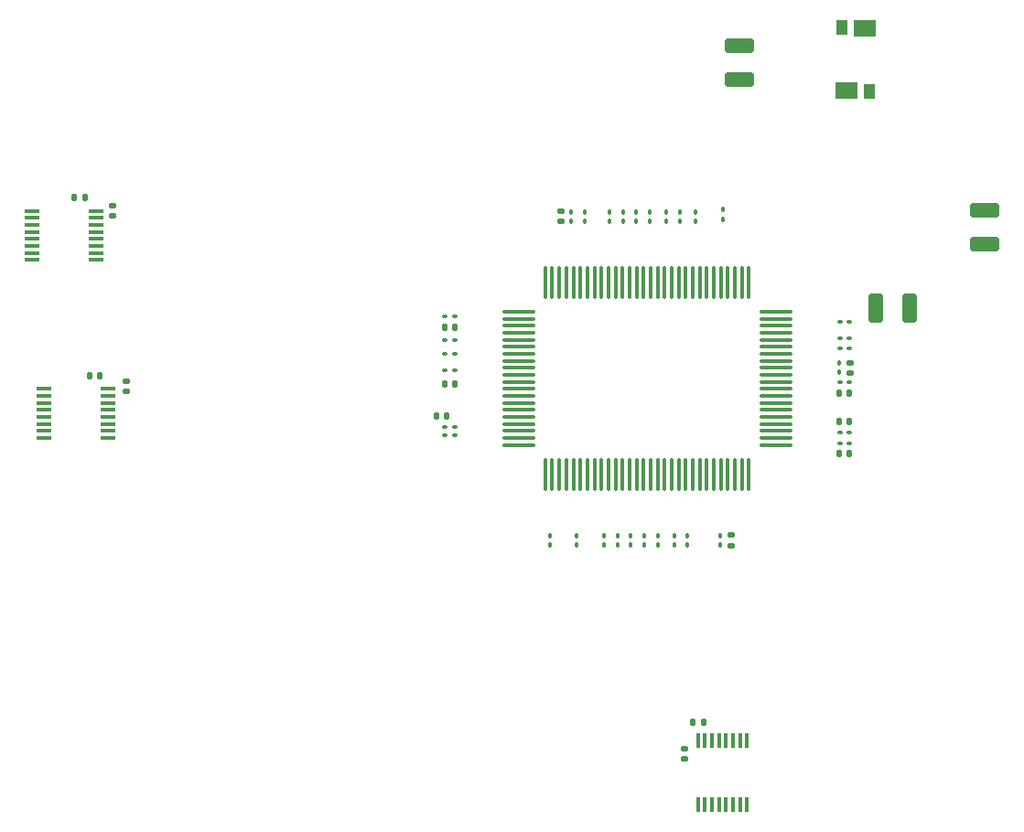
<source format=gtp>
%TF.GenerationSoftware,KiCad,Pcbnew,9.0.0*%
%TF.CreationDate,2025-02-23T16:43:11+09:00*%
%TF.ProjectId,YATA-PCB,59415441-2d50-4434-922e-6b696361645f,rev?*%
%TF.SameCoordinates,Original*%
%TF.FileFunction,Paste,Top*%
%TF.FilePolarity,Positive*%
%FSLAX46Y46*%
G04 Gerber Fmt 4.6, Leading zero omitted, Abs format (unit mm)*
G04 Created by KiCad (PCBNEW 9.0.0) date 2025-02-23 16:43:11*
%MOMM*%
%LPD*%
G01*
G04 APERTURE LIST*
G04 Aperture macros list*
%AMRoundRect*
0 Rectangle with rounded corners*
0 $1 Rounding radius*
0 $2 $3 $4 $5 $6 $7 $8 $9 X,Y pos of 4 corners*
0 Add a 4 corners polygon primitive as box body*
4,1,4,$2,$3,$4,$5,$6,$7,$8,$9,$2,$3,0*
0 Add four circle primitives for the rounded corners*
1,1,$1+$1,$2,$3*
1,1,$1+$1,$4,$5*
1,1,$1+$1,$6,$7*
1,1,$1+$1,$8,$9*
0 Add four rect primitives between the rounded corners*
20,1,$1+$1,$2,$3,$4,$5,0*
20,1,$1+$1,$4,$5,$6,$7,0*
20,1,$1+$1,$6,$7,$8,$9,0*
20,1,$1+$1,$8,$9,$2,$3,0*%
G04 Aperture macros list end*
%ADD10RoundRect,0.090000X-0.139000X-0.090000X0.139000X-0.090000X0.139000X0.090000X-0.139000X0.090000X0*%
%ADD11R,0.450000X1.475000*%
%ADD12RoundRect,0.140000X0.170000X-0.140000X0.170000X0.140000X-0.170000X0.140000X-0.170000X-0.140000X0*%
%ADD13RoundRect,0.090000X0.139000X0.090000X-0.139000X0.090000X-0.139000X-0.090000X0.139000X-0.090000X0*%
%ADD14RoundRect,0.140000X-0.140000X-0.170000X0.140000X-0.170000X0.140000X0.170000X-0.140000X0.170000X0*%
%ADD15RoundRect,0.090000X-0.090000X0.139000X-0.090000X-0.139000X0.090000X-0.139000X0.090000X0.139000X0*%
%ADD16RoundRect,0.090000X0.090000X-0.139000X0.090000X0.139000X-0.090000X0.139000X-0.090000X-0.139000X0*%
%ADD17RoundRect,0.250000X-1.100000X0.412500X-1.100000X-0.412500X1.100000X-0.412500X1.100000X0.412500X0*%
%ADD18RoundRect,0.140000X0.140000X0.170000X-0.140000X0.170000X-0.140000X-0.170000X0.140000X-0.170000X0*%
%ADD19R,1.475000X0.450000*%
%ADD20RoundRect,0.250000X0.412500X1.100000X-0.412500X1.100000X-0.412500X-1.100000X0.412500X-1.100000X0*%
%ADD21RoundRect,0.087500X0.087500X-1.412500X0.087500X1.412500X-0.087500X1.412500X-0.087500X-1.412500X0*%
%ADD22RoundRect,0.087500X1.412500X-0.087500X1.412500X0.087500X-1.412500X0.087500X-1.412500X-0.087500X0*%
%ADD23R,2.010000X1.650000*%
%ADD24R,1.140000X1.390000*%
G04 APERTURE END LIST*
D10*
%TO.C,C19*%
X159317500Y-105750000D03*
X160182500Y-105750000D03*
%TD*%
D11*
%TO.C,IC2*%
X146200000Y-140188000D03*
X146850000Y-140188000D03*
X147500000Y-140188000D03*
X148150000Y-140188000D03*
X148800000Y-140188000D03*
X149450000Y-140188000D03*
X150100000Y-140188000D03*
X150750000Y-140188000D03*
X150750000Y-134312000D03*
X150100000Y-134312000D03*
X149450000Y-134312000D03*
X148800000Y-134312000D03*
X148150000Y-134312000D03*
X147500000Y-134312000D03*
X146850000Y-134312000D03*
X146200000Y-134312000D03*
%TD*%
D12*
%TO.C,C8*%
X145000000Y-135980000D03*
X145000000Y-135020000D03*
%TD*%
D13*
%TO.C,C51*%
X123682500Y-106000000D03*
X122817500Y-106000000D03*
%TD*%
D14*
%TO.C,C55*%
X122770000Y-96000000D03*
X123730000Y-96000000D03*
%TD*%
D15*
%TO.C,C38*%
X145250000Y-115317500D03*
X145250000Y-116182500D03*
%TD*%
%TO.C,C36*%
X142500000Y-115317500D03*
X142500000Y-116182500D03*
%TD*%
%TO.C,C37*%
X144000000Y-115317500D03*
X144000000Y-116182500D03*
%TD*%
%TO.C,C34*%
X140000000Y-115317500D03*
X140000000Y-116182500D03*
%TD*%
D16*
%TO.C,C25*%
X159250000Y-100182500D03*
X159250000Y-99317500D03*
%TD*%
%TO.C,C48*%
X138000000Y-86182500D03*
X138000000Y-85317500D03*
%TD*%
D17*
%TO.C,C3*%
X150000000Y-69937500D03*
X150000000Y-73062500D03*
%TD*%
D18*
%TO.C,C53*%
X123730000Y-101250000D03*
X122770000Y-101250000D03*
%TD*%
D14*
%TO.C,C7*%
X88520000Y-84000000D03*
X89480000Y-84000000D03*
%TD*%
D10*
%TO.C,C28*%
X159317500Y-101125000D03*
X160182500Y-101125000D03*
%TD*%
D14*
%TO.C,C21*%
X159270000Y-107750000D03*
X160230000Y-107750000D03*
%TD*%
D12*
%TO.C,C20*%
X160250000Y-100250000D03*
X160250000Y-99290000D03*
%TD*%
D15*
%TO.C,C27*%
X135000000Y-115317500D03*
X135000000Y-116182500D03*
%TD*%
D19*
%TO.C,IC3*%
X85721308Y-101725000D03*
X85721308Y-102375000D03*
X85721308Y-103025000D03*
X85721308Y-103675000D03*
X85721308Y-104325000D03*
X85721308Y-104975000D03*
X85721308Y-105625000D03*
X85721308Y-106275000D03*
X91597308Y-106275000D03*
X91597308Y-105625000D03*
X91597308Y-104975000D03*
X91597308Y-104325000D03*
X91597308Y-103675000D03*
X91597308Y-103025000D03*
X91597308Y-102375000D03*
X91597308Y-101725000D03*
%TD*%
D16*
%TO.C,C45*%
X141750000Y-86182500D03*
X141750000Y-85317500D03*
%TD*%
D13*
%TO.C,C56*%
X123682500Y-105250000D03*
X122817500Y-105250000D03*
%TD*%
D15*
%TO.C,C32*%
X137500000Y-115317500D03*
X137500000Y-116182500D03*
%TD*%
%TO.C,C26*%
X132500000Y-115317500D03*
X132500000Y-116182500D03*
%TD*%
D13*
%TO.C,C50*%
X123682500Y-98500000D03*
X122817500Y-98500000D03*
%TD*%
D16*
%TO.C,C57*%
X134500000Y-86182500D03*
X134500000Y-85317500D03*
%TD*%
D15*
%TO.C,C35*%
X141250000Y-115317500D03*
X141250000Y-116182500D03*
%TD*%
D10*
%TO.C,C39*%
X159317500Y-98000000D03*
X160182500Y-98000000D03*
%TD*%
D16*
%TO.C,C44*%
X143250000Y-86182500D03*
X143250000Y-85317500D03*
%TD*%
D20*
%TO.C,C11*%
X165812500Y-94250000D03*
X162687500Y-94250000D03*
%TD*%
D10*
%TO.C,C40*%
X159317500Y-95500000D03*
X160182500Y-95500000D03*
%TD*%
D13*
%TO.C,C41*%
X123682500Y-100000000D03*
X122817500Y-100000000D03*
%TD*%
D12*
%TO.C,C24*%
X149250000Y-116230000D03*
X149250000Y-115270000D03*
%TD*%
D21*
%TO.C,J9*%
X132075000Y-109650000D03*
X132725000Y-109650000D03*
X133375000Y-109650000D03*
X134025000Y-109650000D03*
X134675000Y-109650000D03*
X135325000Y-109650000D03*
X135975000Y-109650000D03*
X136625000Y-109650000D03*
X137275000Y-109650000D03*
X137925000Y-109650000D03*
X138575000Y-109650000D03*
X139225000Y-109650000D03*
X139875000Y-109650000D03*
X140525000Y-109650000D03*
X141175000Y-109650000D03*
X141825000Y-109650000D03*
X142475000Y-109650000D03*
X143125000Y-109650000D03*
X143775000Y-109650000D03*
X144425000Y-109650000D03*
X145075000Y-109650000D03*
X145725000Y-109650000D03*
X146375000Y-109650000D03*
X147025000Y-109650000D03*
X147675000Y-109650000D03*
X148325000Y-109650000D03*
X148975000Y-109650000D03*
X149625000Y-109650000D03*
X150275000Y-109650000D03*
X150925000Y-109650000D03*
D22*
X153438000Y-106925000D03*
X153438000Y-106275000D03*
X153438000Y-105625000D03*
X153438000Y-104975000D03*
X153438000Y-104325000D03*
X153438000Y-103675000D03*
X153438000Y-103025000D03*
X153438000Y-102375000D03*
X153438000Y-101725000D03*
X153438000Y-101075000D03*
X153438000Y-100425000D03*
X153400000Y-99775000D03*
X153400000Y-99125000D03*
X153400000Y-98475000D03*
X153400000Y-97825000D03*
X153400000Y-97175000D03*
X153400000Y-96525000D03*
X153400000Y-95875000D03*
X153400000Y-95225000D03*
X153400000Y-94575000D03*
D21*
X150925000Y-91850000D03*
X150275000Y-91850000D03*
X149625000Y-91850000D03*
X148975000Y-91850000D03*
X148325000Y-91850000D03*
X147675000Y-91850000D03*
X147025000Y-91850000D03*
X146375000Y-91850000D03*
X145725000Y-91850000D03*
X145075000Y-91850000D03*
X144425000Y-91850000D03*
X143775000Y-91850000D03*
X143125000Y-91850000D03*
X142475000Y-91850000D03*
X141825000Y-91850000D03*
X141175000Y-91850000D03*
X140525000Y-91850000D03*
X139875000Y-91850000D03*
X139225000Y-91850000D03*
X138575000Y-91850000D03*
X137925000Y-91850000D03*
X137275000Y-91850000D03*
X136625000Y-91850000D03*
X135975000Y-91850000D03*
X135325000Y-91850000D03*
X134675000Y-91850000D03*
X134025000Y-91850000D03*
X133375000Y-91850000D03*
X132725000Y-91850000D03*
X132075000Y-91850000D03*
D22*
X129600000Y-94575000D03*
X129612800Y-95225000D03*
X129612800Y-95875000D03*
X129612800Y-96525000D03*
X129612800Y-97175000D03*
X129612800Y-97825000D03*
X129612800Y-98475000D03*
X129612800Y-99125000D03*
X129612800Y-99775000D03*
X129612800Y-100425000D03*
X129612800Y-101075000D03*
X129612800Y-101725000D03*
X129612800Y-102375000D03*
X129612800Y-103025000D03*
X129612800Y-103675000D03*
X129612800Y-104325000D03*
X129612800Y-104975000D03*
X129612800Y-105625000D03*
X129612800Y-106275000D03*
X129612800Y-106925000D03*
%TD*%
D10*
%TO.C,C49*%
X122817500Y-95000000D03*
X123682500Y-95000000D03*
%TD*%
D18*
%TO.C,C22*%
X160230000Y-102125000D03*
X159270000Y-102125000D03*
%TD*%
D10*
%TO.C,C58*%
X122817500Y-97250000D03*
X123682500Y-97250000D03*
%TD*%
D19*
%TO.C,IC1*%
X84624000Y-85250000D03*
X84624000Y-85900000D03*
X84624000Y-86550000D03*
X84624000Y-87200000D03*
X84624000Y-87850000D03*
X84624000Y-88500000D03*
X84624000Y-89150000D03*
X84624000Y-89800000D03*
X90500000Y-89800000D03*
X90500000Y-89150000D03*
X90500000Y-88500000D03*
X90500000Y-87850000D03*
X90500000Y-87200000D03*
X90500000Y-86550000D03*
X90500000Y-85900000D03*
X90500000Y-85250000D03*
%TD*%
D15*
%TO.C,C42*%
X146000000Y-85317500D03*
X146000000Y-86182500D03*
%TD*%
D10*
%TO.C,C30*%
X159317500Y-106750000D03*
X160182500Y-106750000D03*
%TD*%
D12*
%TO.C,C16*%
X93347308Y-101980000D03*
X93347308Y-101020000D03*
%TD*%
%TO.C,C18*%
X92062000Y-85735000D03*
X92062000Y-84775000D03*
%TD*%
D17*
%TO.C,C4*%
X172750000Y-85187500D03*
X172750000Y-88312500D03*
%TD*%
D18*
%TO.C,C23*%
X146710000Y-132562000D03*
X145750000Y-132562000D03*
%TD*%
D16*
%TO.C,C47*%
X139250000Y-86182500D03*
X139250000Y-85317500D03*
%TD*%
%TO.C,C46*%
X140500000Y-86182500D03*
X140500000Y-85317500D03*
%TD*%
D15*
%TO.C,C52*%
X148500000Y-85135000D03*
X148500000Y-86000000D03*
%TD*%
D18*
%TO.C,C59*%
X122980000Y-104250000D03*
X122020000Y-104250000D03*
%TD*%
D15*
%TO.C,C33*%
X138750000Y-115317500D03*
X138750000Y-116182500D03*
%TD*%
D16*
%TO.C,C43*%
X144500000Y-86182500D03*
X144500000Y-85317500D03*
%TD*%
D10*
%TO.C,C31*%
X159317500Y-97000000D03*
X160182500Y-97000000D03*
%TD*%
D15*
%TO.C,C29*%
X148250000Y-115317500D03*
X148250000Y-116182500D03*
%TD*%
%TO.C,C54*%
X135750000Y-85317500D03*
X135750000Y-86182500D03*
%TD*%
D14*
%TO.C,C10*%
X89929308Y-100500000D03*
X90889308Y-100500000D03*
%TD*%
D23*
%TO.C,R1*%
X161605000Y-68380000D03*
D24*
X159500000Y-68250000D03*
X162036000Y-74220000D03*
D23*
X159935000Y-74090000D03*
%TD*%
D14*
%TO.C,C14*%
X159270000Y-104750000D03*
X160230000Y-104750000D03*
%TD*%
D12*
%TO.C,C60*%
X133500000Y-86230000D03*
X133500000Y-85270000D03*
%TD*%
M02*

</source>
